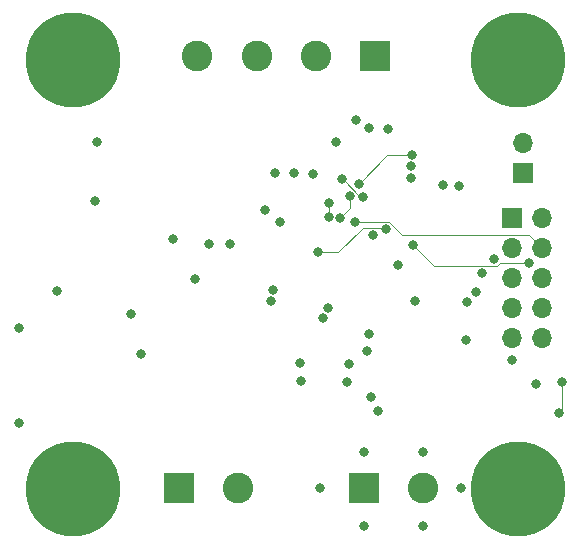
<source format=gbr>
%TF.GenerationSoftware,KiCad,Pcbnew,7.0.7*%
%TF.CreationDate,2024-03-24T23:16:09-05:00*%
%TF.ProjectId,lsm6dsoxCANEnabled,6c736d36-6473-46f7-9843-414e456e6162,rev?*%
%TF.SameCoordinates,Original*%
%TF.FileFunction,Copper,L4,Bot*%
%TF.FilePolarity,Positive*%
%FSLAX46Y46*%
G04 Gerber Fmt 4.6, Leading zero omitted, Abs format (unit mm)*
G04 Created by KiCad (PCBNEW 7.0.7) date 2024-03-24 23:16:09*
%MOMM*%
%LPD*%
G01*
G04 APERTURE LIST*
%TA.AperFunction,ComponentPad*%
%ADD10R,1.700000X1.700000*%
%TD*%
%TA.AperFunction,ComponentPad*%
%ADD11O,1.700000X1.700000*%
%TD*%
%TA.AperFunction,ComponentPad*%
%ADD12R,2.600000X2.600000*%
%TD*%
%TA.AperFunction,ComponentPad*%
%ADD13C,2.600000*%
%TD*%
%TA.AperFunction,ComponentPad*%
%ADD14C,0.900000*%
%TD*%
%TA.AperFunction,ComponentPad*%
%ADD15C,8.000000*%
%TD*%
%TA.AperFunction,ViaPad*%
%ADD16C,0.800000*%
%TD*%
%TA.AperFunction,Conductor*%
%ADD17C,0.100000*%
%TD*%
G04 APERTURE END LIST*
D10*
%TO.P,J4,1,Pin_1*%
%TO.N,+3.3V*%
X97210000Y-38730000D03*
D11*
%TO.P,J4,2,Pin_2*%
%TO.N,SYS_JTMS_SWDIO*%
X99750000Y-38730000D03*
%TO.P,J4,3,Pin_3*%
%TO.N,GND*%
X97210000Y-41270000D03*
%TO.P,J4,4,Pin_4*%
%TO.N,SYS_JTCK_SWCL*%
X99750000Y-41270000D03*
%TO.P,J4,5,Pin_5*%
%TO.N,GND*%
X97210000Y-43810000D03*
%TO.P,J4,6,Pin_6*%
%TO.N,SYS_JTDO_TRACESWO*%
X99750000Y-43810000D03*
%TO.P,J4,7,Pin_7*%
%TO.N,+5V*%
X97210000Y-46350000D03*
%TO.P,J4,8,Pin_8*%
%TO.N,unconnected-(J4-Pin_8-Pad8)*%
X99750000Y-46350000D03*
%TO.P,J4,9,Pin_9*%
%TO.N,GND*%
X97210000Y-48890000D03*
%TO.P,J4,10,Pin_10*%
%TO.N,NRST*%
X99750000Y-48890000D03*
%TD*%
D12*
%TO.P,J3,1,Pin_1*%
%TO.N,GND*%
X84700000Y-61600000D03*
D13*
%TO.P,J3,2,Pin_2*%
%TO.N,+5V*%
X89700000Y-61600000D03*
%TD*%
D12*
%TO.P,J2,1,Pin_1*%
%TO.N,GPIO1*%
X69000000Y-61600000D03*
D13*
%TO.P,J2,2,Pin_2*%
%TO.N,GPIO2*%
X74000000Y-61600000D03*
%TD*%
D14*
%TO.P,H2,1*%
%TO.N,N/C*%
X57028680Y-61671320D03*
X57907360Y-59550000D03*
X57907360Y-63792640D03*
X60028680Y-58671320D03*
D15*
X60028680Y-61671320D03*
D14*
X60028680Y-64671320D03*
X62150000Y-59550000D03*
X62150000Y-63792640D03*
X63028680Y-61671320D03*
%TD*%
%TO.P,H1,1*%
%TO.N,N/C*%
X57028680Y-25421320D03*
X57907360Y-23300000D03*
X57907360Y-27542640D03*
X60028680Y-22421320D03*
D15*
X60028680Y-25421320D03*
D14*
X60028680Y-28421320D03*
X62150000Y-23300000D03*
X62150000Y-27542640D03*
X63028680Y-25421320D03*
%TD*%
D12*
%TO.P,J5,1,Pin_1*%
%TO.N,CAN_IN-*%
X85600000Y-25045000D03*
D13*
%TO.P,J5,2,Pin_2*%
%TO.N,CAN_IN+*%
X80600000Y-25045000D03*
%TO.P,J5,3,Pin_3*%
X75600000Y-25045000D03*
%TO.P,J5,4,Pin_4*%
%TO.N,CAN_IN-*%
X70600000Y-25045000D03*
%TD*%
D14*
%TO.P,H4,1*%
%TO.N,N/C*%
X94698680Y-61681320D03*
X95577360Y-59560000D03*
X95577360Y-63802640D03*
X97698680Y-58681320D03*
D15*
X97698680Y-61681320D03*
D14*
X97698680Y-64681320D03*
X99820000Y-59560000D03*
X99820000Y-63802640D03*
X100698680Y-61681320D03*
%TD*%
%TO.P,H3,1*%
%TO.N,N/C*%
X94718680Y-25421320D03*
X95597360Y-23300000D03*
X95597360Y-27542640D03*
X97718680Y-22421320D03*
D15*
X97718680Y-25421320D03*
D14*
X97718680Y-28421320D03*
X99840000Y-23300000D03*
X99840000Y-27542640D03*
X100718680Y-25421320D03*
%TD*%
D10*
%TO.P,J1,1,Pin_1*%
%TO.N,CAN_IN+*%
X98200000Y-34925000D03*
D11*
%TO.P,J1,2,Pin_2*%
%TO.N,CAN_IN-*%
X98200000Y-32385000D03*
%TD*%
D16*
%TO.N,GND*%
X94700000Y-43450000D03*
%TO.N,+5V*%
X94150000Y-45000000D03*
%TO.N,GND*%
X85150000Y-48550000D03*
X84950000Y-50050000D03*
X93350000Y-49100000D03*
%TO.N,+3.3V*%
X85850000Y-55100000D03*
X85300000Y-53950000D03*
%TO.N,+5V*%
X89050000Y-45750000D03*
%TO.N,GND*%
X93400000Y-45900000D03*
%TO.N,NRST*%
X101200000Y-55250000D03*
X101450500Y-52626089D03*
%TO.N,GND*%
X79250000Y-51000000D03*
X79350000Y-52600000D03*
X95700000Y-42250000D03*
X88700000Y-35350000D03*
X71600000Y-41000000D03*
X84700000Y-58550000D03*
X58700000Y-44950000D03*
X88650000Y-34400000D03*
X70400000Y-43900000D03*
X84700000Y-64850000D03*
X80950000Y-61600000D03*
X81200000Y-47200000D03*
X99250000Y-52800000D03*
X65850000Y-50300000D03*
X64950000Y-46900000D03*
X77024982Y-44866761D03*
X86700000Y-31200000D03*
X55450000Y-48050000D03*
X87600000Y-42750000D03*
X97200000Y-50750000D03*
X68500000Y-40500000D03*
X61900000Y-37350000D03*
X85100000Y-31150000D03*
X77150000Y-34950000D03*
X91350000Y-35950000D03*
X55500000Y-56100000D03*
X77596017Y-39139222D03*
%TO.N,+5V*%
X92950000Y-61600000D03*
X92750000Y-36050000D03*
X89700000Y-58550000D03*
X89700000Y-64800000D03*
%TO.N,+3.3V*%
X78750000Y-34950000D03*
X82300000Y-32300000D03*
X81650000Y-46350000D03*
X80400000Y-35000000D03*
X84000000Y-30450000D03*
X83400000Y-51100000D03*
X85500000Y-40200000D03*
X76850000Y-45800000D03*
X62050000Y-32350000D03*
X83300000Y-52650000D03*
X76300000Y-38100000D03*
X73350000Y-40950000D03*
%TO.N,SYS_JTCK_SWCL*%
X83926793Y-39126793D03*
%TO.N,SYS_JTDO_TRACESWO*%
X98700000Y-42600000D03*
X88850000Y-41050000D03*
X80796892Y-41674305D03*
X86550000Y-39726293D03*
%TO.N,CS*%
X84650000Y-36950000D03*
X82800000Y-35450000D03*
%TO.N,INT1*%
X84250000Y-35850000D03*
X83500000Y-36900000D03*
X82700000Y-38750000D03*
X88760941Y-33457001D03*
%TO.N,INT2*%
X81700000Y-38662000D03*
X81700000Y-37463000D03*
%TD*%
D17*
%TO.N,NRST*%
X101450500Y-52626089D02*
X101450500Y-54999500D01*
X101450500Y-54999500D02*
X101200000Y-55250000D01*
%TO.N,SYS_JTCK_SWCL*%
X83926793Y-39126793D02*
X86820379Y-39126793D01*
X86820379Y-39126793D02*
X87913586Y-40220000D01*
X87913586Y-40220000D02*
X98700000Y-40220000D01*
X98700000Y-40220000D02*
X99750000Y-41270000D01*
%TO.N,SYS_JTDO_TRACESWO*%
X82525695Y-41674305D02*
X84600000Y-39600000D01*
X84600000Y-39600000D02*
X86423707Y-39600000D01*
X86423707Y-39600000D02*
X86550000Y-39726293D01*
X80796892Y-41674305D02*
X82525695Y-41674305D01*
X98700000Y-42600000D02*
X96198529Y-42600000D01*
X90650000Y-42850000D02*
X88850000Y-41050000D01*
X96198529Y-42600000D02*
X95948529Y-42850000D01*
X95948529Y-42850000D02*
X90650000Y-42850000D01*
%TO.N,CS*%
X84398529Y-36950000D02*
X82898529Y-35450000D01*
X82898529Y-35450000D02*
X82800000Y-35450000D01*
X84650000Y-36950000D02*
X84398529Y-36950000D01*
%TO.N,INT1*%
X82700000Y-38750000D02*
X83500000Y-37950000D01*
X83500000Y-37950000D02*
X83500000Y-36900000D01*
X84250000Y-35850000D02*
X86642999Y-33457001D01*
X86642999Y-33457001D02*
X88760941Y-33457001D01*
%TO.N,INT2*%
X81700000Y-37463000D02*
X81700000Y-38662000D01*
%TD*%
M02*

</source>
